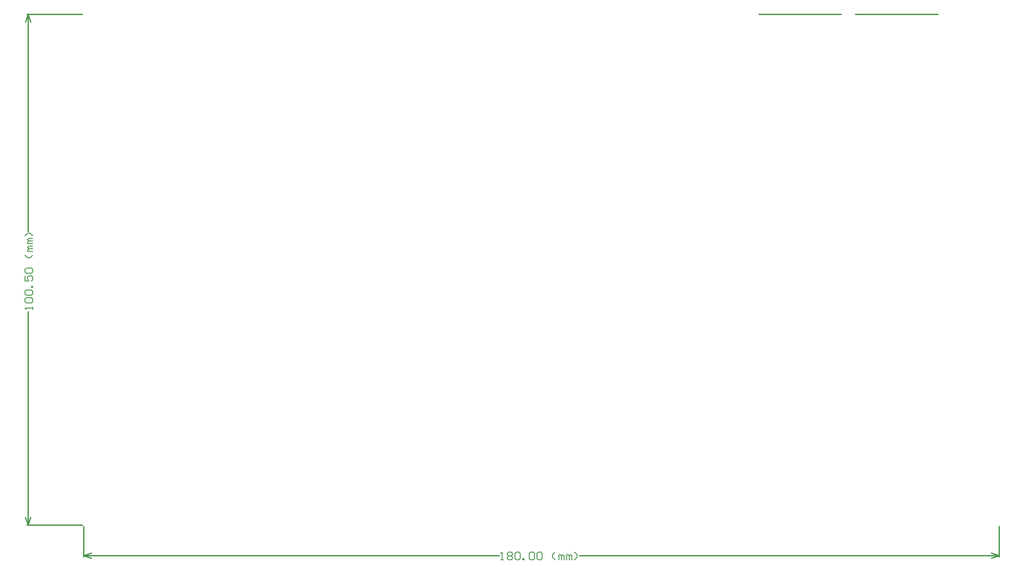
<source format=gm1>
G04 Layer_Color=16711935*
%FSLAX25Y25*%
%MOIN*%
G70*
G01*
G75*
%ADD31C,0.01000*%
%ADD104C,0.00600*%
D31*
X522638Y395669D02*
X586614D01*
X597441Y395669D02*
X661417D01*
X-43969Y0D02*
X-1000D01*
X-43969Y395669D02*
X-1000D01*
X-42969Y0D02*
Y165144D01*
Y227325D02*
Y395669D01*
Y0D02*
X-40969Y6000D01*
X-44969D02*
X-42969Y0D01*
X-44969Y389669D02*
X-42969Y395669D01*
X-40969Y389669D01*
X708661Y-24622D02*
Y-1000D01*
X0Y-24622D02*
Y-1000D01*
X383821Y-23622D02*
X708661D01*
X0D02*
X321640D01*
X702661Y-21622D02*
X708661Y-23622D01*
X702661Y-25622D02*
X708661Y-23622D01*
X0D02*
X6000Y-25622D01*
X0Y-23622D02*
X6000Y-21622D01*
D104*
X-39370Y166744D02*
Y168744D01*
Y167744D01*
X-45368D01*
X-44368Y166744D01*
Y171743D02*
X-45368Y172742D01*
Y174742D01*
X-44368Y175741D01*
X-40370D01*
X-39370Y174742D01*
Y172742D01*
X-40370Y171743D01*
X-44368D01*
Y177741D02*
X-45368Y178740D01*
Y180740D01*
X-44368Y181739D01*
X-40370D01*
X-39370Y180740D01*
Y178740D01*
X-40370Y177741D01*
X-44368D01*
X-39370Y183739D02*
X-40370D01*
Y184738D01*
X-39370D01*
Y183739D01*
X-45368Y192736D02*
Y188737D01*
X-42369D01*
X-43369Y190736D01*
Y191736D01*
X-42369Y192736D01*
X-40370D01*
X-39370Y191736D01*
Y189737D01*
X-40370Y188737D01*
X-44368Y194735D02*
X-45368Y195735D01*
Y197734D01*
X-44368Y198734D01*
X-40370D01*
X-39370Y197734D01*
Y195735D01*
X-40370Y194735D01*
X-44368D01*
X-39370Y208731D02*
X-41369Y206731D01*
X-43369D01*
X-45368Y208731D01*
X-39370Y211730D02*
X-43369D01*
Y212729D01*
X-42369Y213729D01*
X-39370D01*
X-42369D01*
X-43369Y214729D01*
X-42369Y215728D01*
X-39370D01*
Y217728D02*
X-43369D01*
Y218727D01*
X-42369Y219727D01*
X-39370D01*
X-42369D01*
X-43369Y220727D01*
X-42369Y221726D01*
X-39370D01*
Y223726D02*
X-41369Y225725D01*
X-43369D01*
X-45368Y223726D01*
X323240Y-27221D02*
X325240D01*
X324240D01*
Y-21223D01*
X323240Y-22223D01*
X328239D02*
X329238Y-21223D01*
X331238D01*
X332237Y-22223D01*
Y-23222D01*
X331238Y-24222D01*
X332237Y-25222D01*
Y-26221D01*
X331238Y-27221D01*
X329238D01*
X328239Y-26221D01*
Y-25222D01*
X329238Y-24222D01*
X328239Y-23222D01*
Y-22223D01*
X329238Y-24222D02*
X331238D01*
X334237Y-22223D02*
X335236Y-21223D01*
X337236D01*
X338235Y-22223D01*
Y-26221D01*
X337236Y-27221D01*
X335236D01*
X334237Y-26221D01*
Y-22223D01*
X340235Y-27221D02*
Y-26221D01*
X341234D01*
Y-27221D01*
X340235D01*
X345233Y-22223D02*
X346233Y-21223D01*
X348232D01*
X349232Y-22223D01*
Y-26221D01*
X348232Y-27221D01*
X346233D01*
X345233Y-26221D01*
Y-22223D01*
X351231D02*
X352231Y-21223D01*
X354230D01*
X355230Y-22223D01*
Y-26221D01*
X354230Y-27221D01*
X352231D01*
X351231Y-26221D01*
Y-22223D01*
X365227Y-27221D02*
X363227Y-25222D01*
Y-23222D01*
X365227Y-21223D01*
X368226Y-27221D02*
Y-23222D01*
X369225D01*
X370225Y-24222D01*
Y-27221D01*
Y-24222D01*
X371225Y-23222D01*
X372224Y-24222D01*
Y-27221D01*
X374224D02*
Y-23222D01*
X375223D01*
X376223Y-24222D01*
Y-27221D01*
Y-24222D01*
X377223Y-23222D01*
X378222Y-24222D01*
Y-27221D01*
X380222D02*
X382221Y-25222D01*
Y-23222D01*
X380222Y-21223D01*
M02*

</source>
